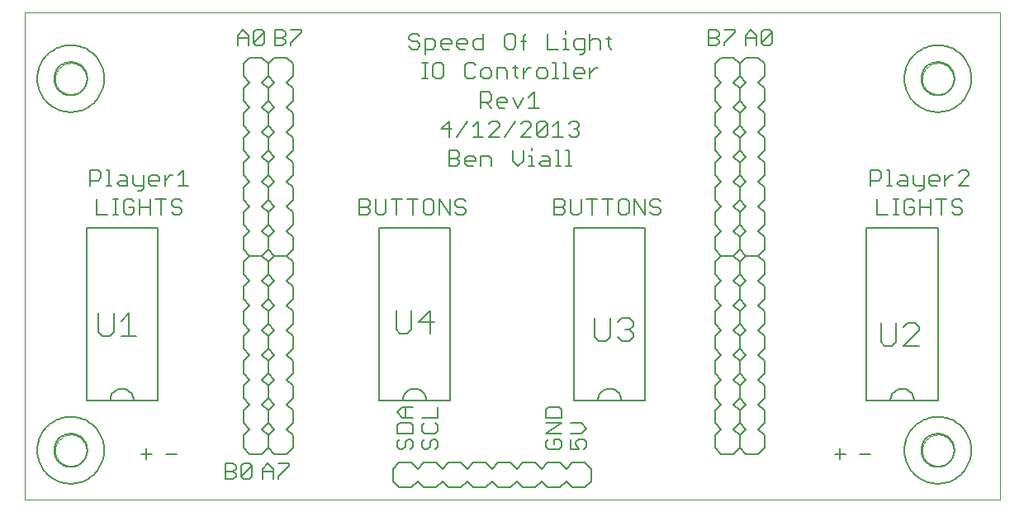
<source format=gto>
G75*
G70*
%OFA0B0*%
%FSLAX24Y24*%
%IPPOS*%
%LPD*%
%AMOC8*
5,1,8,0,0,1.08239X$1,22.5*
%
%ADD10C,0.0000*%
%ADD11C,0.0060*%
%ADD12C,0.0080*%
D10*
X000190Y000180D02*
X039561Y000180D01*
X039561Y019865D01*
X000190Y019865D01*
X000190Y000180D01*
X001431Y002180D02*
X001433Y002230D01*
X001439Y002280D01*
X001449Y002329D01*
X001463Y002377D01*
X001480Y002424D01*
X001501Y002469D01*
X001526Y002513D01*
X001554Y002554D01*
X001586Y002593D01*
X001620Y002630D01*
X001657Y002664D01*
X001697Y002694D01*
X001739Y002721D01*
X001783Y002745D01*
X001829Y002766D01*
X001876Y002782D01*
X001924Y002795D01*
X001974Y002804D01*
X002023Y002809D01*
X002074Y002810D01*
X002124Y002807D01*
X002173Y002800D01*
X002222Y002789D01*
X002270Y002774D01*
X002316Y002756D01*
X002361Y002734D01*
X002404Y002708D01*
X002445Y002679D01*
X002484Y002647D01*
X002520Y002612D01*
X002552Y002574D01*
X002582Y002534D01*
X002609Y002491D01*
X002632Y002447D01*
X002651Y002401D01*
X002667Y002353D01*
X002679Y002304D01*
X002687Y002255D01*
X002691Y002205D01*
X002691Y002155D01*
X002687Y002105D01*
X002679Y002056D01*
X002667Y002007D01*
X002651Y001959D01*
X002632Y001913D01*
X002609Y001869D01*
X002582Y001826D01*
X002552Y001786D01*
X002520Y001748D01*
X002484Y001713D01*
X002445Y001681D01*
X002404Y001652D01*
X002361Y001626D01*
X002316Y001604D01*
X002270Y001586D01*
X002222Y001571D01*
X002173Y001560D01*
X002124Y001553D01*
X002074Y001550D01*
X002023Y001551D01*
X001974Y001556D01*
X001924Y001565D01*
X001876Y001578D01*
X001829Y001594D01*
X001783Y001615D01*
X001739Y001639D01*
X001697Y001666D01*
X001657Y001696D01*
X001620Y001730D01*
X001586Y001767D01*
X001554Y001806D01*
X001526Y001847D01*
X001501Y001891D01*
X001480Y001936D01*
X001463Y001983D01*
X001449Y002031D01*
X001439Y002080D01*
X001433Y002130D01*
X001431Y002180D01*
X001431Y017180D02*
X001433Y017230D01*
X001439Y017280D01*
X001449Y017329D01*
X001463Y017377D01*
X001480Y017424D01*
X001501Y017469D01*
X001526Y017513D01*
X001554Y017554D01*
X001586Y017593D01*
X001620Y017630D01*
X001657Y017664D01*
X001697Y017694D01*
X001739Y017721D01*
X001783Y017745D01*
X001829Y017766D01*
X001876Y017782D01*
X001924Y017795D01*
X001974Y017804D01*
X002023Y017809D01*
X002074Y017810D01*
X002124Y017807D01*
X002173Y017800D01*
X002222Y017789D01*
X002270Y017774D01*
X002316Y017756D01*
X002361Y017734D01*
X002404Y017708D01*
X002445Y017679D01*
X002484Y017647D01*
X002520Y017612D01*
X002552Y017574D01*
X002582Y017534D01*
X002609Y017491D01*
X002632Y017447D01*
X002651Y017401D01*
X002667Y017353D01*
X002679Y017304D01*
X002687Y017255D01*
X002691Y017205D01*
X002691Y017155D01*
X002687Y017105D01*
X002679Y017056D01*
X002667Y017007D01*
X002651Y016959D01*
X002632Y016913D01*
X002609Y016869D01*
X002582Y016826D01*
X002552Y016786D01*
X002520Y016748D01*
X002484Y016713D01*
X002445Y016681D01*
X002404Y016652D01*
X002361Y016626D01*
X002316Y016604D01*
X002270Y016586D01*
X002222Y016571D01*
X002173Y016560D01*
X002124Y016553D01*
X002074Y016550D01*
X002023Y016551D01*
X001974Y016556D01*
X001924Y016565D01*
X001876Y016578D01*
X001829Y016594D01*
X001783Y016615D01*
X001739Y016639D01*
X001697Y016666D01*
X001657Y016696D01*
X001620Y016730D01*
X001586Y016767D01*
X001554Y016806D01*
X001526Y016847D01*
X001501Y016891D01*
X001480Y016936D01*
X001463Y016983D01*
X001449Y017031D01*
X001439Y017080D01*
X001433Y017130D01*
X001431Y017180D01*
X036431Y017180D02*
X036433Y017230D01*
X036439Y017280D01*
X036449Y017329D01*
X036463Y017377D01*
X036480Y017424D01*
X036501Y017469D01*
X036526Y017513D01*
X036554Y017554D01*
X036586Y017593D01*
X036620Y017630D01*
X036657Y017664D01*
X036697Y017694D01*
X036739Y017721D01*
X036783Y017745D01*
X036829Y017766D01*
X036876Y017782D01*
X036924Y017795D01*
X036974Y017804D01*
X037023Y017809D01*
X037074Y017810D01*
X037124Y017807D01*
X037173Y017800D01*
X037222Y017789D01*
X037270Y017774D01*
X037316Y017756D01*
X037361Y017734D01*
X037404Y017708D01*
X037445Y017679D01*
X037484Y017647D01*
X037520Y017612D01*
X037552Y017574D01*
X037582Y017534D01*
X037609Y017491D01*
X037632Y017447D01*
X037651Y017401D01*
X037667Y017353D01*
X037679Y017304D01*
X037687Y017255D01*
X037691Y017205D01*
X037691Y017155D01*
X037687Y017105D01*
X037679Y017056D01*
X037667Y017007D01*
X037651Y016959D01*
X037632Y016913D01*
X037609Y016869D01*
X037582Y016826D01*
X037552Y016786D01*
X037520Y016748D01*
X037484Y016713D01*
X037445Y016681D01*
X037404Y016652D01*
X037361Y016626D01*
X037316Y016604D01*
X037270Y016586D01*
X037222Y016571D01*
X037173Y016560D01*
X037124Y016553D01*
X037074Y016550D01*
X037023Y016551D01*
X036974Y016556D01*
X036924Y016565D01*
X036876Y016578D01*
X036829Y016594D01*
X036783Y016615D01*
X036739Y016639D01*
X036697Y016666D01*
X036657Y016696D01*
X036620Y016730D01*
X036586Y016767D01*
X036554Y016806D01*
X036526Y016847D01*
X036501Y016891D01*
X036480Y016936D01*
X036463Y016983D01*
X036449Y017031D01*
X036439Y017080D01*
X036433Y017130D01*
X036431Y017180D01*
X036431Y002180D02*
X036433Y002230D01*
X036439Y002280D01*
X036449Y002329D01*
X036463Y002377D01*
X036480Y002424D01*
X036501Y002469D01*
X036526Y002513D01*
X036554Y002554D01*
X036586Y002593D01*
X036620Y002630D01*
X036657Y002664D01*
X036697Y002694D01*
X036739Y002721D01*
X036783Y002745D01*
X036829Y002766D01*
X036876Y002782D01*
X036924Y002795D01*
X036974Y002804D01*
X037023Y002809D01*
X037074Y002810D01*
X037124Y002807D01*
X037173Y002800D01*
X037222Y002789D01*
X037270Y002774D01*
X037316Y002756D01*
X037361Y002734D01*
X037404Y002708D01*
X037445Y002679D01*
X037484Y002647D01*
X037520Y002612D01*
X037552Y002574D01*
X037582Y002534D01*
X037609Y002491D01*
X037632Y002447D01*
X037651Y002401D01*
X037667Y002353D01*
X037679Y002304D01*
X037687Y002255D01*
X037691Y002205D01*
X037691Y002155D01*
X037687Y002105D01*
X037679Y002056D01*
X037667Y002007D01*
X037651Y001959D01*
X037632Y001913D01*
X037609Y001869D01*
X037582Y001826D01*
X037552Y001786D01*
X037520Y001748D01*
X037484Y001713D01*
X037445Y001681D01*
X037404Y001652D01*
X037361Y001626D01*
X037316Y001604D01*
X037270Y001586D01*
X037222Y001571D01*
X037173Y001560D01*
X037124Y001553D01*
X037074Y001550D01*
X037023Y001551D01*
X036974Y001556D01*
X036924Y001565D01*
X036876Y001578D01*
X036829Y001594D01*
X036783Y001615D01*
X036739Y001639D01*
X036697Y001666D01*
X036657Y001696D01*
X036620Y001730D01*
X036586Y001767D01*
X036554Y001806D01*
X036526Y001847D01*
X036501Y001891D01*
X036480Y001936D01*
X036463Y001983D01*
X036449Y002031D01*
X036439Y002080D01*
X036433Y002130D01*
X036431Y002180D01*
D11*
X035711Y002180D02*
X035713Y002253D01*
X035719Y002326D01*
X035729Y002398D01*
X035743Y002470D01*
X035760Y002541D01*
X035782Y002611D01*
X035807Y002680D01*
X035836Y002747D01*
X035868Y002812D01*
X035904Y002876D01*
X035944Y002938D01*
X035986Y002997D01*
X036032Y003054D01*
X036081Y003108D01*
X036133Y003160D01*
X036187Y003209D01*
X036244Y003255D01*
X036303Y003297D01*
X036365Y003337D01*
X036429Y003373D01*
X036494Y003405D01*
X036561Y003434D01*
X036630Y003459D01*
X036700Y003481D01*
X036771Y003498D01*
X036843Y003512D01*
X036915Y003522D01*
X036988Y003528D01*
X037061Y003530D01*
X037134Y003528D01*
X037207Y003522D01*
X037279Y003512D01*
X037351Y003498D01*
X037422Y003481D01*
X037492Y003459D01*
X037561Y003434D01*
X037628Y003405D01*
X037693Y003373D01*
X037757Y003337D01*
X037819Y003297D01*
X037878Y003255D01*
X037935Y003209D01*
X037989Y003160D01*
X038041Y003108D01*
X038090Y003054D01*
X038136Y002997D01*
X038178Y002938D01*
X038218Y002876D01*
X038254Y002812D01*
X038286Y002747D01*
X038315Y002680D01*
X038340Y002611D01*
X038362Y002541D01*
X038379Y002470D01*
X038393Y002398D01*
X038403Y002326D01*
X038409Y002253D01*
X038411Y002180D01*
X038409Y002107D01*
X038403Y002034D01*
X038393Y001962D01*
X038379Y001890D01*
X038362Y001819D01*
X038340Y001749D01*
X038315Y001680D01*
X038286Y001613D01*
X038254Y001548D01*
X038218Y001484D01*
X038178Y001422D01*
X038136Y001363D01*
X038090Y001306D01*
X038041Y001252D01*
X037989Y001200D01*
X037935Y001151D01*
X037878Y001105D01*
X037819Y001063D01*
X037757Y001023D01*
X037693Y000987D01*
X037628Y000955D01*
X037561Y000926D01*
X037492Y000901D01*
X037422Y000879D01*
X037351Y000862D01*
X037279Y000848D01*
X037207Y000838D01*
X037134Y000832D01*
X037061Y000830D01*
X036988Y000832D01*
X036915Y000838D01*
X036843Y000848D01*
X036771Y000862D01*
X036700Y000879D01*
X036630Y000901D01*
X036561Y000926D01*
X036494Y000955D01*
X036429Y000987D01*
X036365Y001023D01*
X036303Y001063D01*
X036244Y001105D01*
X036187Y001151D01*
X036133Y001200D01*
X036081Y001252D01*
X036032Y001306D01*
X035986Y001363D01*
X035944Y001422D01*
X035904Y001484D01*
X035868Y001548D01*
X035836Y001613D01*
X035807Y001680D01*
X035782Y001749D01*
X035760Y001819D01*
X035743Y001890D01*
X035729Y001962D01*
X035719Y002034D01*
X035713Y002107D01*
X035711Y002180D01*
X034325Y002030D02*
X033898Y002030D01*
X033325Y002030D02*
X032898Y002030D01*
X033112Y001817D02*
X033112Y002244D01*
X022881Y002317D02*
X022774Y002210D01*
X022881Y002317D02*
X022881Y002530D01*
X022774Y002637D01*
X022560Y002637D01*
X022454Y002530D01*
X022454Y002424D01*
X022560Y002210D01*
X022240Y002210D01*
X022240Y002637D01*
X022240Y002855D02*
X022667Y002855D01*
X022881Y003068D01*
X022667Y003282D01*
X022240Y003282D01*
X021881Y003282D02*
X021240Y003282D01*
X021240Y003499D02*
X021240Y003819D01*
X021347Y003926D01*
X021774Y003926D01*
X021881Y003819D01*
X021881Y003499D01*
X021240Y003499D01*
X021240Y002855D02*
X021881Y003282D01*
X021881Y002855D02*
X021240Y002855D01*
X021347Y002637D02*
X021240Y002530D01*
X021240Y002317D01*
X021347Y002210D01*
X021774Y002210D01*
X021881Y002317D01*
X021881Y002530D01*
X021774Y002637D01*
X021560Y002637D01*
X021560Y002424D01*
X016881Y002530D02*
X016881Y002317D01*
X016774Y002210D01*
X016560Y002317D02*
X016560Y002530D01*
X016667Y002637D01*
X016774Y002637D01*
X016881Y002530D01*
X016560Y002317D02*
X016454Y002210D01*
X016347Y002210D01*
X016240Y002317D01*
X016240Y002530D01*
X016347Y002637D01*
X016347Y002855D02*
X016240Y002961D01*
X016240Y003175D01*
X016347Y003282D01*
X016240Y003499D02*
X016881Y003499D01*
X016881Y003926D01*
X016774Y003282D02*
X016881Y003175D01*
X016881Y002961D01*
X016774Y002855D01*
X016347Y002855D01*
X015881Y002855D02*
X015881Y003175D01*
X015774Y003282D01*
X015347Y003282D01*
X015240Y003175D01*
X015240Y002855D01*
X015881Y002855D01*
X015774Y002637D02*
X015881Y002530D01*
X015881Y002317D01*
X015774Y002210D01*
X015560Y002317D02*
X015560Y002530D01*
X015667Y002637D01*
X015774Y002637D01*
X015347Y002637D02*
X015240Y002530D01*
X015240Y002317D01*
X015347Y002210D01*
X015454Y002210D01*
X015560Y002317D01*
X015560Y003499D02*
X015560Y003926D01*
X015454Y003926D02*
X015881Y003926D01*
X015454Y003926D02*
X015240Y003713D01*
X015454Y003499D01*
X015881Y003499D01*
X010873Y001651D02*
X010873Y001544D01*
X010446Y001117D01*
X010446Y001010D01*
X010228Y001010D02*
X010228Y001437D01*
X010015Y001651D01*
X009801Y001437D01*
X009801Y001010D01*
X009801Y001330D02*
X010228Y001330D01*
X010446Y001651D02*
X010873Y001651D01*
X009373Y001544D02*
X009373Y001117D01*
X009266Y001010D01*
X009053Y001010D01*
X008946Y001117D01*
X009373Y001544D01*
X009266Y001651D01*
X009053Y001651D01*
X008946Y001544D01*
X008946Y001117D01*
X008728Y001117D02*
X008728Y001224D01*
X008622Y001330D01*
X008301Y001330D01*
X008301Y001010D02*
X008622Y001010D01*
X008728Y001117D01*
X008622Y001330D02*
X008728Y001437D01*
X008728Y001544D01*
X008622Y001651D01*
X008301Y001651D01*
X008301Y001010D01*
X006325Y002030D02*
X005898Y002030D01*
X005325Y002030D02*
X004898Y002030D01*
X005112Y001817D02*
X005112Y002244D01*
X000711Y002180D02*
X000713Y002253D01*
X000719Y002326D01*
X000729Y002398D01*
X000743Y002470D01*
X000760Y002541D01*
X000782Y002611D01*
X000807Y002680D01*
X000836Y002747D01*
X000868Y002812D01*
X000904Y002876D01*
X000944Y002938D01*
X000986Y002997D01*
X001032Y003054D01*
X001081Y003108D01*
X001133Y003160D01*
X001187Y003209D01*
X001244Y003255D01*
X001303Y003297D01*
X001365Y003337D01*
X001429Y003373D01*
X001494Y003405D01*
X001561Y003434D01*
X001630Y003459D01*
X001700Y003481D01*
X001771Y003498D01*
X001843Y003512D01*
X001915Y003522D01*
X001988Y003528D01*
X002061Y003530D01*
X002134Y003528D01*
X002207Y003522D01*
X002279Y003512D01*
X002351Y003498D01*
X002422Y003481D01*
X002492Y003459D01*
X002561Y003434D01*
X002628Y003405D01*
X002693Y003373D01*
X002757Y003337D01*
X002819Y003297D01*
X002878Y003255D01*
X002935Y003209D01*
X002989Y003160D01*
X003041Y003108D01*
X003090Y003054D01*
X003136Y002997D01*
X003178Y002938D01*
X003218Y002876D01*
X003254Y002812D01*
X003286Y002747D01*
X003315Y002680D01*
X003340Y002611D01*
X003362Y002541D01*
X003379Y002470D01*
X003393Y002398D01*
X003403Y002326D01*
X003409Y002253D01*
X003411Y002180D01*
X003409Y002107D01*
X003403Y002034D01*
X003393Y001962D01*
X003379Y001890D01*
X003362Y001819D01*
X003340Y001749D01*
X003315Y001680D01*
X003286Y001613D01*
X003254Y001548D01*
X003218Y001484D01*
X003178Y001422D01*
X003136Y001363D01*
X003090Y001306D01*
X003041Y001252D01*
X002989Y001200D01*
X002935Y001151D01*
X002878Y001105D01*
X002819Y001063D01*
X002757Y001023D01*
X002693Y000987D01*
X002628Y000955D01*
X002561Y000926D01*
X002492Y000901D01*
X002422Y000879D01*
X002351Y000862D01*
X002279Y000848D01*
X002207Y000838D01*
X002134Y000832D01*
X002061Y000830D01*
X001988Y000832D01*
X001915Y000838D01*
X001843Y000848D01*
X001771Y000862D01*
X001700Y000879D01*
X001630Y000901D01*
X001561Y000926D01*
X001494Y000955D01*
X001429Y000987D01*
X001365Y001023D01*
X001303Y001063D01*
X001244Y001105D01*
X001187Y001151D01*
X001133Y001200D01*
X001081Y001252D01*
X001032Y001306D01*
X000986Y001363D01*
X000944Y001422D01*
X000904Y001484D01*
X000868Y001548D01*
X000836Y001613D01*
X000807Y001680D01*
X000782Y001749D01*
X000760Y001819D01*
X000743Y001890D01*
X000729Y001962D01*
X000719Y002034D01*
X000713Y002107D01*
X000711Y002180D01*
X003119Y011671D02*
X003546Y011671D01*
X003763Y011671D02*
X003977Y011671D01*
X003870Y011671D02*
X003870Y012312D01*
X003763Y012312D02*
X003977Y012312D01*
X004193Y012205D02*
X004300Y012312D01*
X004513Y012312D01*
X004620Y012205D01*
X004620Y011991D02*
X004406Y011991D01*
X004620Y011991D02*
X004620Y011778D01*
X004513Y011671D01*
X004300Y011671D01*
X004193Y011778D01*
X004193Y012205D01*
X004837Y012312D02*
X004837Y011671D01*
X004837Y011991D02*
X005264Y011991D01*
X005264Y011671D02*
X005264Y012312D01*
X005482Y012312D02*
X005909Y012312D01*
X005696Y012312D02*
X005696Y011671D01*
X006127Y011778D02*
X006233Y011671D01*
X006447Y011671D01*
X006554Y011778D01*
X006554Y011885D01*
X006447Y011991D01*
X006233Y011991D01*
X006127Y012098D01*
X006127Y012205D01*
X006233Y012312D01*
X006447Y012312D01*
X006554Y012205D01*
X006609Y012852D02*
X006609Y013493D01*
X006395Y013279D01*
X006178Y013279D02*
X006072Y013279D01*
X005858Y013066D01*
X005858Y013279D02*
X005858Y012852D01*
X005640Y013066D02*
X005213Y013066D01*
X005213Y013172D02*
X005320Y013279D01*
X005534Y013279D01*
X005640Y013172D01*
X005640Y013066D01*
X005534Y012852D02*
X005320Y012852D01*
X005213Y012959D01*
X005213Y013172D01*
X004996Y013279D02*
X004996Y012745D01*
X004889Y012639D01*
X004782Y012639D01*
X004676Y012852D02*
X004996Y012852D01*
X004676Y012852D02*
X004569Y012959D01*
X004569Y013279D01*
X004351Y013172D02*
X004351Y012852D01*
X004031Y012852D01*
X003924Y012959D01*
X004031Y013066D01*
X004351Y013066D01*
X004351Y013172D02*
X004245Y013279D01*
X004031Y013279D01*
X003601Y013493D02*
X003601Y012852D01*
X003495Y012852D02*
X003708Y012852D01*
X003277Y013172D02*
X003170Y013066D01*
X002850Y013066D01*
X002850Y012852D02*
X002850Y013493D01*
X003170Y013493D01*
X003277Y013386D01*
X003277Y013172D01*
X003495Y013493D02*
X003601Y013493D01*
X003119Y012312D02*
X003119Y011671D01*
X006395Y012852D02*
X006822Y012852D01*
X013713Y012312D02*
X013713Y011671D01*
X014033Y011671D01*
X014140Y011778D01*
X014140Y011885D01*
X014033Y011991D01*
X013713Y011991D01*
X014033Y011991D02*
X014140Y012098D01*
X014140Y012205D01*
X014033Y012312D01*
X013713Y012312D01*
X014357Y012312D02*
X014357Y011778D01*
X014464Y011671D01*
X014677Y011671D01*
X014784Y011778D01*
X014784Y012312D01*
X015002Y012312D02*
X015429Y012312D01*
X015215Y012312D02*
X015215Y011671D01*
X015860Y011671D02*
X015860Y012312D01*
X016073Y012312D02*
X015646Y012312D01*
X016291Y012205D02*
X016291Y011778D01*
X016398Y011671D01*
X016611Y011671D01*
X016718Y011778D01*
X016718Y012205D01*
X016611Y012312D01*
X016398Y012312D01*
X016291Y012205D01*
X016935Y012312D02*
X016935Y011671D01*
X017362Y011671D02*
X017362Y012312D01*
X017580Y012205D02*
X017580Y012098D01*
X017687Y011991D01*
X017900Y011991D01*
X018007Y011885D01*
X018007Y011778D01*
X017900Y011671D01*
X017687Y011671D01*
X017580Y011778D01*
X017362Y011671D02*
X016935Y012312D01*
X017580Y012205D02*
X017687Y012312D01*
X017900Y012312D01*
X018007Y012205D01*
X018079Y013640D02*
X017972Y013746D01*
X017972Y013960D01*
X018079Y014067D01*
X018292Y014067D01*
X018399Y013960D01*
X018399Y013853D01*
X017972Y013853D01*
X017754Y013853D02*
X017754Y013746D01*
X017648Y013640D01*
X017327Y013640D01*
X017327Y014280D01*
X017648Y014280D01*
X017754Y014173D01*
X017754Y014067D01*
X017648Y013960D01*
X017327Y013960D01*
X017648Y013960D02*
X017754Y013853D01*
X018079Y013640D02*
X018292Y013640D01*
X018616Y013640D02*
X018616Y014067D01*
X018937Y014067D01*
X019043Y013960D01*
X019043Y013640D01*
X019906Y013853D02*
X019906Y014280D01*
X020333Y014280D02*
X020333Y013853D01*
X020119Y013640D01*
X019906Y013853D01*
X020550Y013640D02*
X020764Y013640D01*
X020657Y013640D02*
X020657Y014067D01*
X020550Y014067D01*
X020657Y014280D02*
X020657Y014387D01*
X020655Y014821D02*
X020228Y014821D01*
X020655Y015248D01*
X020655Y015354D01*
X020548Y015461D01*
X020335Y015461D01*
X020228Y015354D01*
X020010Y015461D02*
X019583Y014821D01*
X019366Y014821D02*
X018939Y014821D01*
X019366Y015248D01*
X019366Y015354D01*
X019259Y015461D01*
X019045Y015461D01*
X018939Y015354D01*
X018508Y015461D02*
X018508Y014821D01*
X018721Y014821D02*
X018294Y014821D01*
X017650Y014821D02*
X018077Y015461D01*
X018294Y015248D02*
X018508Y015461D01*
X018616Y016002D02*
X018616Y016642D01*
X018937Y016642D01*
X019043Y016536D01*
X019043Y016322D01*
X018937Y016215D01*
X018616Y016215D01*
X018830Y016215D02*
X019043Y016002D01*
X019261Y016108D02*
X019261Y016322D01*
X019368Y016429D01*
X019581Y016429D01*
X019688Y016322D01*
X019688Y016215D01*
X019261Y016215D01*
X019261Y016108D02*
X019368Y016002D01*
X019581Y016002D01*
X019906Y016429D02*
X020119Y016002D01*
X020333Y016429D01*
X020550Y016429D02*
X020764Y016642D01*
X020764Y016002D01*
X020977Y016002D02*
X020550Y016002D01*
X020979Y015461D02*
X021193Y015461D01*
X021299Y015354D01*
X020872Y014927D01*
X020979Y014821D01*
X021193Y014821D01*
X021299Y014927D01*
X021299Y015354D01*
X021517Y015248D02*
X021730Y015461D01*
X021730Y014821D01*
X021517Y014821D02*
X021944Y014821D01*
X022161Y014927D02*
X022268Y014821D01*
X022482Y014821D01*
X022588Y014927D01*
X022588Y015034D01*
X022482Y015141D01*
X022375Y015141D01*
X022482Y015141D02*
X022588Y015248D01*
X022588Y015354D01*
X022482Y015461D01*
X022268Y015461D01*
X022161Y015354D01*
X020979Y015461D02*
X020872Y015354D01*
X020872Y014927D01*
X021624Y014280D02*
X021731Y014280D01*
X021731Y013640D01*
X021624Y013640D02*
X021838Y013640D01*
X022054Y013640D02*
X022268Y013640D01*
X022161Y013640D02*
X022161Y014280D01*
X022054Y014280D01*
X021407Y013960D02*
X021407Y013640D01*
X021087Y013640D01*
X020980Y013746D01*
X021087Y013853D01*
X021407Y013853D01*
X021407Y013960D02*
X021300Y014067D01*
X021087Y014067D01*
X021587Y012312D02*
X021907Y012312D01*
X022014Y012205D01*
X022014Y012098D01*
X021907Y011991D01*
X021587Y011991D01*
X021907Y011991D02*
X022014Y011885D01*
X022014Y011778D01*
X021907Y011671D01*
X021587Y011671D01*
X021587Y012312D01*
X022231Y012312D02*
X022231Y011778D01*
X022338Y011671D01*
X022551Y011671D01*
X022658Y011778D01*
X022658Y012312D01*
X022876Y012312D02*
X023303Y012312D01*
X023089Y012312D02*
X023089Y011671D01*
X023734Y011671D02*
X023734Y012312D01*
X023947Y012312D02*
X023520Y012312D01*
X024165Y012205D02*
X024165Y011778D01*
X024272Y011671D01*
X024485Y011671D01*
X024592Y011778D01*
X024592Y012205D01*
X024485Y012312D01*
X024272Y012312D01*
X024165Y012205D01*
X024809Y012312D02*
X024809Y011671D01*
X025236Y011671D02*
X025236Y012312D01*
X025454Y012205D02*
X025454Y012098D01*
X025561Y011991D01*
X025774Y011991D01*
X025881Y011885D01*
X025881Y011778D01*
X025774Y011671D01*
X025561Y011671D01*
X025454Y011778D01*
X025236Y011671D02*
X024809Y012312D01*
X025454Y012205D02*
X025561Y012312D01*
X025774Y012312D01*
X025881Y012205D01*
X034346Y012852D02*
X034346Y013493D01*
X034666Y013493D01*
X034773Y013386D01*
X034773Y013172D01*
X034666Y013066D01*
X034346Y013066D01*
X034991Y012852D02*
X035204Y012852D01*
X035097Y012852D02*
X035097Y013493D01*
X034991Y013493D01*
X035527Y013279D02*
X035741Y013279D01*
X035847Y013172D01*
X035847Y012852D01*
X035527Y012852D01*
X035420Y012959D01*
X035527Y013066D01*
X035847Y013066D01*
X036065Y012959D02*
X036172Y012852D01*
X036492Y012852D01*
X036492Y012745D02*
X036385Y012639D01*
X036278Y012639D01*
X036492Y012745D02*
X036492Y013279D01*
X036710Y013172D02*
X036816Y013279D01*
X037030Y013279D01*
X037137Y013172D01*
X037137Y013066D01*
X036710Y013066D01*
X036710Y013172D02*
X036710Y012959D01*
X036816Y012852D01*
X037030Y012852D01*
X037354Y012852D02*
X037354Y013279D01*
X037354Y013066D02*
X037568Y013279D01*
X037674Y013279D01*
X037891Y013386D02*
X037998Y013493D01*
X038211Y013493D01*
X038318Y013386D01*
X038318Y013279D01*
X037891Y012852D01*
X038318Y012852D01*
X037943Y012312D02*
X037729Y012312D01*
X037623Y012205D01*
X037623Y012098D01*
X037729Y011991D01*
X037943Y011991D01*
X038050Y011885D01*
X038050Y011778D01*
X037943Y011671D01*
X037729Y011671D01*
X037623Y011778D01*
X037192Y011671D02*
X037192Y012312D01*
X037405Y012312D02*
X036978Y012312D01*
X036761Y012312D02*
X036761Y011671D01*
X036761Y011991D02*
X036334Y011991D01*
X036116Y011991D02*
X036116Y011778D01*
X036009Y011671D01*
X035796Y011671D01*
X035689Y011778D01*
X035689Y012205D01*
X035796Y012312D01*
X036009Y012312D01*
X036116Y012205D01*
X036116Y011991D02*
X035902Y011991D01*
X035473Y011671D02*
X035259Y011671D01*
X035366Y011671D02*
X035366Y012312D01*
X035259Y012312D02*
X035473Y012312D01*
X034615Y012312D02*
X034615Y011671D01*
X035042Y011671D01*
X036334Y011671D02*
X036334Y012312D01*
X036065Y012959D02*
X036065Y013279D01*
X037943Y012312D02*
X038050Y012205D01*
X035711Y017180D02*
X035713Y017253D01*
X035719Y017326D01*
X035729Y017398D01*
X035743Y017470D01*
X035760Y017541D01*
X035782Y017611D01*
X035807Y017680D01*
X035836Y017747D01*
X035868Y017812D01*
X035904Y017876D01*
X035944Y017938D01*
X035986Y017997D01*
X036032Y018054D01*
X036081Y018108D01*
X036133Y018160D01*
X036187Y018209D01*
X036244Y018255D01*
X036303Y018297D01*
X036365Y018337D01*
X036429Y018373D01*
X036494Y018405D01*
X036561Y018434D01*
X036630Y018459D01*
X036700Y018481D01*
X036771Y018498D01*
X036843Y018512D01*
X036915Y018522D01*
X036988Y018528D01*
X037061Y018530D01*
X037134Y018528D01*
X037207Y018522D01*
X037279Y018512D01*
X037351Y018498D01*
X037422Y018481D01*
X037492Y018459D01*
X037561Y018434D01*
X037628Y018405D01*
X037693Y018373D01*
X037757Y018337D01*
X037819Y018297D01*
X037878Y018255D01*
X037935Y018209D01*
X037989Y018160D01*
X038041Y018108D01*
X038090Y018054D01*
X038136Y017997D01*
X038178Y017938D01*
X038218Y017876D01*
X038254Y017812D01*
X038286Y017747D01*
X038315Y017680D01*
X038340Y017611D01*
X038362Y017541D01*
X038379Y017470D01*
X038393Y017398D01*
X038403Y017326D01*
X038409Y017253D01*
X038411Y017180D01*
X038409Y017107D01*
X038403Y017034D01*
X038393Y016962D01*
X038379Y016890D01*
X038362Y016819D01*
X038340Y016749D01*
X038315Y016680D01*
X038286Y016613D01*
X038254Y016548D01*
X038218Y016484D01*
X038178Y016422D01*
X038136Y016363D01*
X038090Y016306D01*
X038041Y016252D01*
X037989Y016200D01*
X037935Y016151D01*
X037878Y016105D01*
X037819Y016063D01*
X037757Y016023D01*
X037693Y015987D01*
X037628Y015955D01*
X037561Y015926D01*
X037492Y015901D01*
X037422Y015879D01*
X037351Y015862D01*
X037279Y015848D01*
X037207Y015838D01*
X037134Y015832D01*
X037061Y015830D01*
X036988Y015832D01*
X036915Y015838D01*
X036843Y015848D01*
X036771Y015862D01*
X036700Y015879D01*
X036630Y015901D01*
X036561Y015926D01*
X036494Y015955D01*
X036429Y015987D01*
X036365Y016023D01*
X036303Y016063D01*
X036244Y016105D01*
X036187Y016151D01*
X036133Y016200D01*
X036081Y016252D01*
X036032Y016306D01*
X035986Y016363D01*
X035944Y016422D01*
X035904Y016484D01*
X035868Y016548D01*
X035836Y016613D01*
X035807Y016680D01*
X035782Y016749D01*
X035760Y016819D01*
X035743Y016890D01*
X035729Y016962D01*
X035719Y017034D01*
X035713Y017107D01*
X035711Y017180D01*
X030373Y018617D02*
X030266Y018510D01*
X030053Y018510D01*
X029946Y018617D01*
X030373Y019044D01*
X030373Y018617D01*
X029946Y018617D02*
X029946Y019044D01*
X030053Y019151D01*
X030266Y019151D01*
X030373Y019044D01*
X029728Y018937D02*
X029728Y018510D01*
X029728Y018830D02*
X029301Y018830D01*
X029301Y018937D02*
X029301Y018510D01*
X029301Y018937D02*
X029515Y019151D01*
X029728Y018937D01*
X028873Y019044D02*
X028446Y018617D01*
X028446Y018510D01*
X028228Y018617D02*
X028122Y018510D01*
X027801Y018510D01*
X027801Y019151D01*
X028122Y019151D01*
X028228Y019044D01*
X028228Y018937D01*
X028122Y018830D01*
X027801Y018830D01*
X028122Y018830D02*
X028228Y018724D01*
X028228Y018617D01*
X028446Y019151D02*
X028873Y019151D01*
X028873Y019044D01*
X023879Y018791D02*
X023665Y018791D01*
X023772Y018898D02*
X023772Y018471D01*
X023879Y018364D01*
X023448Y018364D02*
X023448Y018684D01*
X023341Y018791D01*
X023128Y018791D01*
X023021Y018684D01*
X022803Y018791D02*
X022483Y018791D01*
X022376Y018684D01*
X022376Y018471D01*
X022483Y018364D01*
X022803Y018364D01*
X022803Y018257D02*
X022803Y018791D01*
X023021Y019004D02*
X023021Y018364D01*
X022803Y018257D02*
X022697Y018150D01*
X022590Y018150D01*
X022160Y018364D02*
X021947Y018364D01*
X022053Y018364D02*
X022053Y018791D01*
X021947Y018791D01*
X022053Y019004D02*
X022053Y019111D01*
X021302Y019004D02*
X021302Y018364D01*
X021729Y018364D01*
X021624Y017823D02*
X021624Y017183D01*
X021730Y017183D02*
X021517Y017183D01*
X021299Y017290D02*
X021299Y017503D01*
X021193Y017610D01*
X020979Y017610D01*
X020872Y017503D01*
X020872Y017290D01*
X020979Y017183D01*
X021193Y017183D01*
X021299Y017290D01*
X021517Y017823D02*
X021624Y017823D01*
X021947Y017823D02*
X022053Y017823D01*
X022053Y017183D01*
X021947Y017183D02*
X022160Y017183D01*
X022376Y017290D02*
X022376Y017503D01*
X022483Y017610D01*
X022697Y017610D01*
X022803Y017503D01*
X022803Y017396D01*
X022376Y017396D01*
X022376Y017290D02*
X022483Y017183D01*
X022697Y017183D01*
X023021Y017183D02*
X023021Y017610D01*
X023234Y017610D02*
X023021Y017396D01*
X023234Y017610D02*
X023341Y017610D01*
X020655Y017610D02*
X020549Y017610D01*
X020335Y017396D01*
X020335Y017183D02*
X020335Y017610D01*
X020119Y017610D02*
X019906Y017610D01*
X020012Y017717D02*
X020012Y017290D01*
X020119Y017183D01*
X019688Y017183D02*
X019688Y017503D01*
X019581Y017610D01*
X019261Y017610D01*
X019261Y017183D01*
X019043Y017290D02*
X019043Y017503D01*
X018937Y017610D01*
X018723Y017610D01*
X018616Y017503D01*
X018616Y017290D01*
X018723Y017183D01*
X018937Y017183D01*
X019043Y017290D01*
X018399Y017290D02*
X018292Y017183D01*
X018079Y017183D01*
X017972Y017290D01*
X017972Y017717D01*
X018079Y017823D01*
X018292Y017823D01*
X018399Y017717D01*
X018401Y018364D02*
X018294Y018471D01*
X018294Y018684D01*
X018401Y018791D01*
X018721Y018791D01*
X018721Y019004D02*
X018721Y018364D01*
X018401Y018364D01*
X018077Y018577D02*
X017650Y018577D01*
X017650Y018471D02*
X017650Y018684D01*
X017756Y018791D01*
X017970Y018791D01*
X018077Y018684D01*
X018077Y018577D01*
X017970Y018364D02*
X017756Y018364D01*
X017650Y018471D01*
X017432Y018577D02*
X017432Y018684D01*
X017325Y018791D01*
X017112Y018791D01*
X017005Y018684D01*
X017005Y018471D01*
X017112Y018364D01*
X017325Y018364D01*
X017432Y018577D02*
X017005Y018577D01*
X016788Y018471D02*
X016681Y018364D01*
X016360Y018364D01*
X016360Y018150D02*
X016360Y018791D01*
X016681Y018791D01*
X016788Y018684D01*
X016788Y018471D01*
X016143Y018471D02*
X016036Y018364D01*
X015823Y018364D01*
X015716Y018471D01*
X015823Y018684D02*
X016036Y018684D01*
X016143Y018577D01*
X016143Y018471D01*
X015823Y018684D02*
X015716Y018791D01*
X015716Y018898D01*
X015823Y019004D01*
X016036Y019004D01*
X016143Y018898D01*
X016253Y017823D02*
X016467Y017823D01*
X016360Y017823D02*
X016360Y017183D01*
X016253Y017183D02*
X016467Y017183D01*
X016683Y017290D02*
X016790Y017183D01*
X017003Y017183D01*
X017110Y017290D01*
X017110Y017717D01*
X017003Y017823D01*
X016790Y017823D01*
X016683Y017717D01*
X016683Y017290D01*
X019583Y018471D02*
X019583Y018898D01*
X019690Y019004D01*
X019904Y019004D01*
X020010Y018898D01*
X020010Y018471D01*
X019904Y018364D01*
X019690Y018364D01*
X019583Y018471D01*
X020228Y018684D02*
X020441Y018684D01*
X020335Y018898D02*
X020441Y019004D01*
X020335Y018898D02*
X020335Y018364D01*
X017325Y015461D02*
X017005Y015141D01*
X017432Y015141D01*
X017325Y014821D02*
X017325Y015461D01*
X011373Y019044D02*
X010946Y018617D01*
X010946Y018510D01*
X010728Y018617D02*
X010728Y018724D01*
X010622Y018830D01*
X010301Y018830D01*
X010301Y018510D02*
X010622Y018510D01*
X010728Y018617D01*
X010622Y018830D02*
X010728Y018937D01*
X010728Y019044D01*
X010622Y019151D01*
X010301Y019151D01*
X010301Y018510D01*
X009873Y018617D02*
X009766Y018510D01*
X009553Y018510D01*
X009446Y018617D01*
X009873Y019044D01*
X009873Y018617D01*
X009446Y018617D02*
X009446Y019044D01*
X009553Y019151D01*
X009766Y019151D01*
X009873Y019044D01*
X009228Y018937D02*
X009228Y018510D01*
X009228Y018830D02*
X008801Y018830D01*
X008801Y018937D02*
X008801Y018510D01*
X008801Y018937D02*
X009015Y019151D01*
X009228Y018937D01*
X010946Y019151D02*
X011373Y019151D01*
X011373Y019044D01*
X000711Y017180D02*
X000713Y017253D01*
X000719Y017326D01*
X000729Y017398D01*
X000743Y017470D01*
X000760Y017541D01*
X000782Y017611D01*
X000807Y017680D01*
X000836Y017747D01*
X000868Y017812D01*
X000904Y017876D01*
X000944Y017938D01*
X000986Y017997D01*
X001032Y018054D01*
X001081Y018108D01*
X001133Y018160D01*
X001187Y018209D01*
X001244Y018255D01*
X001303Y018297D01*
X001365Y018337D01*
X001429Y018373D01*
X001494Y018405D01*
X001561Y018434D01*
X001630Y018459D01*
X001700Y018481D01*
X001771Y018498D01*
X001843Y018512D01*
X001915Y018522D01*
X001988Y018528D01*
X002061Y018530D01*
X002134Y018528D01*
X002207Y018522D01*
X002279Y018512D01*
X002351Y018498D01*
X002422Y018481D01*
X002492Y018459D01*
X002561Y018434D01*
X002628Y018405D01*
X002693Y018373D01*
X002757Y018337D01*
X002819Y018297D01*
X002878Y018255D01*
X002935Y018209D01*
X002989Y018160D01*
X003041Y018108D01*
X003090Y018054D01*
X003136Y017997D01*
X003178Y017938D01*
X003218Y017876D01*
X003254Y017812D01*
X003286Y017747D01*
X003315Y017680D01*
X003340Y017611D01*
X003362Y017541D01*
X003379Y017470D01*
X003393Y017398D01*
X003403Y017326D01*
X003409Y017253D01*
X003411Y017180D01*
X003409Y017107D01*
X003403Y017034D01*
X003393Y016962D01*
X003379Y016890D01*
X003362Y016819D01*
X003340Y016749D01*
X003315Y016680D01*
X003286Y016613D01*
X003254Y016548D01*
X003218Y016484D01*
X003178Y016422D01*
X003136Y016363D01*
X003090Y016306D01*
X003041Y016252D01*
X002989Y016200D01*
X002935Y016151D01*
X002878Y016105D01*
X002819Y016063D01*
X002757Y016023D01*
X002693Y015987D01*
X002628Y015955D01*
X002561Y015926D01*
X002492Y015901D01*
X002422Y015879D01*
X002351Y015862D01*
X002279Y015848D01*
X002207Y015838D01*
X002134Y015832D01*
X002061Y015830D01*
X001988Y015832D01*
X001915Y015838D01*
X001843Y015848D01*
X001771Y015862D01*
X001700Y015879D01*
X001630Y015901D01*
X001561Y015926D01*
X001494Y015955D01*
X001429Y015987D01*
X001365Y016023D01*
X001303Y016063D01*
X001244Y016105D01*
X001187Y016151D01*
X001133Y016200D01*
X001081Y016252D01*
X001032Y016306D01*
X000986Y016363D01*
X000944Y016422D01*
X000904Y016484D01*
X000868Y016548D01*
X000836Y016613D01*
X000807Y016680D01*
X000782Y016749D01*
X000760Y016819D01*
X000743Y016890D01*
X000729Y016962D01*
X000719Y017034D01*
X000713Y017107D01*
X000711Y017180D01*
D12*
X001392Y017180D02*
X001394Y017231D01*
X001400Y017282D01*
X001410Y017332D01*
X001423Y017382D01*
X001441Y017430D01*
X001461Y017477D01*
X001486Y017522D01*
X001514Y017565D01*
X001545Y017606D01*
X001579Y017644D01*
X001616Y017679D01*
X001655Y017712D01*
X001697Y017742D01*
X001741Y017768D01*
X001787Y017790D01*
X001835Y017810D01*
X001884Y017825D01*
X001934Y017837D01*
X001984Y017845D01*
X002035Y017849D01*
X002087Y017849D01*
X002138Y017845D01*
X002188Y017837D01*
X002238Y017825D01*
X002287Y017810D01*
X002335Y017790D01*
X002381Y017768D01*
X002425Y017742D01*
X002467Y017712D01*
X002506Y017679D01*
X002543Y017644D01*
X002577Y017606D01*
X002608Y017565D01*
X002636Y017522D01*
X002661Y017477D01*
X002681Y017430D01*
X002699Y017382D01*
X002712Y017332D01*
X002722Y017282D01*
X002728Y017231D01*
X002730Y017180D01*
X002728Y017129D01*
X002722Y017078D01*
X002712Y017028D01*
X002699Y016978D01*
X002681Y016930D01*
X002661Y016883D01*
X002636Y016838D01*
X002608Y016795D01*
X002577Y016754D01*
X002543Y016716D01*
X002506Y016681D01*
X002467Y016648D01*
X002425Y016618D01*
X002381Y016592D01*
X002335Y016570D01*
X002287Y016550D01*
X002238Y016535D01*
X002188Y016523D01*
X002138Y016515D01*
X002087Y016511D01*
X002035Y016511D01*
X001984Y016515D01*
X001934Y016523D01*
X001884Y016535D01*
X001835Y016550D01*
X001787Y016570D01*
X001741Y016592D01*
X001697Y016618D01*
X001655Y016648D01*
X001616Y016681D01*
X001579Y016716D01*
X001545Y016754D01*
X001514Y016795D01*
X001486Y016838D01*
X001461Y016883D01*
X001441Y016930D01*
X001423Y016978D01*
X001410Y017028D01*
X001400Y017078D01*
X001394Y017129D01*
X001392Y017180D01*
X009033Y017273D02*
X009283Y017023D01*
X009033Y016773D01*
X009033Y016273D01*
X009283Y016023D01*
X009033Y015773D01*
X009033Y015273D01*
X009283Y015023D01*
X009033Y014773D01*
X009033Y014273D01*
X009283Y014023D01*
X009033Y013773D01*
X009033Y013273D01*
X009283Y013023D01*
X009033Y012773D01*
X009033Y012273D01*
X009283Y012023D01*
X009033Y011773D01*
X009033Y011273D01*
X009283Y011023D01*
X009033Y010773D01*
X009033Y010273D01*
X009283Y010023D01*
X009033Y009773D01*
X009033Y009273D01*
X009283Y009023D01*
X009033Y008773D01*
X009033Y008273D01*
X009283Y008023D01*
X009033Y007773D01*
X009033Y007273D01*
X009283Y007023D01*
X009033Y006773D01*
X009033Y006273D01*
X009283Y006023D01*
X009033Y005773D01*
X009033Y005273D01*
X009283Y005023D01*
X009033Y004773D01*
X009033Y004273D01*
X009283Y004023D01*
X009033Y003773D01*
X009033Y003273D01*
X009283Y003023D01*
X009033Y002773D01*
X009033Y002273D01*
X009283Y002023D01*
X009783Y002023D01*
X010033Y002273D01*
X010283Y002023D01*
X010783Y002023D01*
X011033Y002273D01*
X011033Y002773D01*
X010783Y003023D01*
X011033Y003273D01*
X011033Y003773D01*
X010783Y004023D01*
X011033Y004273D01*
X011033Y004773D01*
X010783Y005023D01*
X011033Y005273D01*
X011033Y005773D01*
X010783Y006023D01*
X011033Y006273D01*
X011033Y006773D01*
X010783Y007023D01*
X011033Y007273D01*
X011033Y007773D01*
X010783Y008023D01*
X011033Y008273D01*
X011033Y008773D01*
X010783Y009023D01*
X011033Y009273D01*
X011033Y009773D01*
X010783Y010023D01*
X010283Y010023D01*
X010033Y009773D01*
X010033Y009273D01*
X010283Y009023D01*
X010033Y008773D01*
X010033Y008273D01*
X010283Y008023D01*
X010033Y007773D01*
X010033Y007273D01*
X010283Y007023D01*
X010033Y006773D01*
X010033Y006273D01*
X010283Y006023D01*
X010033Y005773D01*
X010033Y005273D01*
X010283Y005023D01*
X010033Y004773D01*
X010033Y004273D01*
X010283Y004023D01*
X010033Y003773D01*
X010033Y003273D01*
X010283Y003023D01*
X010033Y002773D01*
X010033Y002273D01*
X010033Y002773D01*
X009783Y003023D01*
X010033Y003273D01*
X010033Y003773D01*
X009783Y004023D01*
X010033Y004273D01*
X010033Y004773D01*
X009783Y005023D01*
X010033Y005273D01*
X010033Y005773D01*
X009783Y006023D01*
X010033Y006273D01*
X010033Y006773D01*
X009783Y007023D01*
X010033Y007273D01*
X010033Y007773D01*
X009783Y008023D01*
X010033Y008273D01*
X010033Y008773D01*
X009783Y009023D01*
X010033Y009273D01*
X010033Y009773D01*
X009783Y010023D01*
X009283Y010023D01*
X009783Y010023D01*
X010033Y010273D01*
X010033Y010773D01*
X010283Y011023D01*
X010033Y011273D01*
X010033Y011773D01*
X010283Y012023D01*
X010033Y012273D01*
X010033Y012773D01*
X010283Y013023D01*
X010033Y013273D01*
X010033Y013773D01*
X010283Y014023D01*
X010033Y014273D01*
X010033Y014773D01*
X010283Y015023D01*
X010033Y015273D01*
X010033Y015773D01*
X010283Y016023D01*
X010033Y016273D01*
X010033Y016773D01*
X010283Y017023D01*
X010033Y017273D01*
X010033Y017773D01*
X010283Y018023D01*
X010783Y018023D01*
X011033Y017773D01*
X011033Y017273D01*
X010783Y017023D01*
X011033Y016773D01*
X011033Y016273D01*
X010783Y016023D01*
X011033Y015773D01*
X011033Y015273D01*
X010783Y015023D01*
X011033Y014773D01*
X011033Y014273D01*
X010783Y014023D01*
X011033Y013773D01*
X011033Y013273D01*
X010783Y013023D01*
X011033Y012773D01*
X011033Y012273D01*
X010783Y012023D01*
X011033Y011773D01*
X011033Y011273D01*
X010783Y011023D01*
X011033Y010773D01*
X011033Y010273D01*
X010783Y010023D01*
X010283Y010023D01*
X010033Y010273D01*
X010033Y010773D01*
X009783Y011023D01*
X010033Y011273D01*
X010033Y011773D01*
X009783Y012023D01*
X010033Y012273D01*
X010033Y012773D01*
X009783Y013023D01*
X010033Y013273D01*
X010033Y013773D01*
X009783Y014023D01*
X010033Y014273D01*
X010033Y014773D01*
X009783Y015023D01*
X010033Y015273D01*
X010033Y015773D01*
X009783Y016023D01*
X010033Y016273D01*
X010033Y016773D01*
X009783Y017023D01*
X010033Y017273D01*
X010033Y017773D01*
X009783Y018023D01*
X009283Y018023D01*
X009033Y017773D01*
X009033Y017273D01*
X005564Y011164D02*
X002691Y011164D01*
X002691Y004196D01*
X005564Y004196D01*
X005564Y011164D01*
X004410Y007706D02*
X004410Y006785D01*
X004103Y006785D02*
X004717Y006785D01*
X003796Y006938D02*
X003643Y006785D01*
X003336Y006785D01*
X003182Y006938D01*
X003182Y007706D01*
X003796Y007706D02*
X003796Y006938D01*
X004103Y007399D02*
X004410Y007706D01*
X004599Y004196D02*
X004597Y004238D01*
X004591Y004280D01*
X004582Y004322D01*
X004569Y004362D01*
X004552Y004401D01*
X004532Y004438D01*
X004509Y004473D01*
X004482Y004507D01*
X004453Y004537D01*
X004421Y004565D01*
X004387Y004590D01*
X004351Y004612D01*
X004313Y004630D01*
X004273Y004645D01*
X004232Y004656D01*
X004190Y004664D01*
X004148Y004668D01*
X004106Y004668D01*
X004064Y004664D01*
X004022Y004656D01*
X003981Y004645D01*
X003941Y004630D01*
X003903Y004612D01*
X003867Y004590D01*
X003833Y004565D01*
X003801Y004537D01*
X003772Y004507D01*
X003745Y004473D01*
X003722Y004438D01*
X003702Y004401D01*
X003685Y004362D01*
X003672Y004322D01*
X003663Y004280D01*
X003657Y004238D01*
X003655Y004196D01*
X001392Y002180D02*
X001394Y002231D01*
X001400Y002282D01*
X001410Y002332D01*
X001423Y002382D01*
X001441Y002430D01*
X001461Y002477D01*
X001486Y002522D01*
X001514Y002565D01*
X001545Y002606D01*
X001579Y002644D01*
X001616Y002679D01*
X001655Y002712D01*
X001697Y002742D01*
X001741Y002768D01*
X001787Y002790D01*
X001835Y002810D01*
X001884Y002825D01*
X001934Y002837D01*
X001984Y002845D01*
X002035Y002849D01*
X002087Y002849D01*
X002138Y002845D01*
X002188Y002837D01*
X002238Y002825D01*
X002287Y002810D01*
X002335Y002790D01*
X002381Y002768D01*
X002425Y002742D01*
X002467Y002712D01*
X002506Y002679D01*
X002543Y002644D01*
X002577Y002606D01*
X002608Y002565D01*
X002636Y002522D01*
X002661Y002477D01*
X002681Y002430D01*
X002699Y002382D01*
X002712Y002332D01*
X002722Y002282D01*
X002728Y002231D01*
X002730Y002180D01*
X002728Y002129D01*
X002722Y002078D01*
X002712Y002028D01*
X002699Y001978D01*
X002681Y001930D01*
X002661Y001883D01*
X002636Y001838D01*
X002608Y001795D01*
X002577Y001754D01*
X002543Y001716D01*
X002506Y001681D01*
X002467Y001648D01*
X002425Y001618D01*
X002381Y001592D01*
X002335Y001570D01*
X002287Y001550D01*
X002238Y001535D01*
X002188Y001523D01*
X002138Y001515D01*
X002087Y001511D01*
X002035Y001511D01*
X001984Y001515D01*
X001934Y001523D01*
X001884Y001535D01*
X001835Y001550D01*
X001787Y001570D01*
X001741Y001592D01*
X001697Y001618D01*
X001655Y001648D01*
X001616Y001681D01*
X001579Y001716D01*
X001545Y001754D01*
X001514Y001795D01*
X001486Y001838D01*
X001461Y001883D01*
X001441Y001930D01*
X001423Y001978D01*
X001410Y002028D01*
X001400Y002078D01*
X001394Y002129D01*
X001392Y002180D01*
X014502Y004196D02*
X017375Y004196D01*
X017375Y011164D01*
X014502Y011164D01*
X014502Y004196D01*
X015467Y004196D02*
X015469Y004238D01*
X015475Y004280D01*
X015484Y004322D01*
X015497Y004362D01*
X015514Y004401D01*
X015534Y004438D01*
X015557Y004473D01*
X015584Y004507D01*
X015613Y004537D01*
X015645Y004565D01*
X015679Y004590D01*
X015715Y004612D01*
X015753Y004630D01*
X015793Y004645D01*
X015834Y004656D01*
X015876Y004664D01*
X015918Y004668D01*
X015960Y004668D01*
X016002Y004664D01*
X016044Y004656D01*
X016085Y004645D01*
X016125Y004630D01*
X016163Y004612D01*
X016199Y004590D01*
X016233Y004565D01*
X016265Y004537D01*
X016294Y004507D01*
X016321Y004473D01*
X016344Y004438D01*
X016364Y004401D01*
X016381Y004362D01*
X016394Y004322D01*
X016403Y004280D01*
X016409Y004238D01*
X016411Y004196D01*
X016311Y001680D02*
X016811Y001680D01*
X017061Y001430D01*
X017311Y001680D01*
X017811Y001680D01*
X018061Y001430D01*
X018311Y001680D01*
X018811Y001680D01*
X019061Y001430D01*
X019311Y001680D01*
X019811Y001680D01*
X020061Y001430D01*
X020311Y001680D01*
X020811Y001680D01*
X021061Y001430D01*
X021311Y001680D01*
X021811Y001680D01*
X022061Y001430D01*
X022311Y001680D01*
X022811Y001680D01*
X023061Y001430D01*
X023061Y000930D01*
X022811Y000680D01*
X022311Y000680D01*
X022061Y000930D01*
X021811Y000680D01*
X021311Y000680D01*
X021061Y000930D01*
X020811Y000680D01*
X020311Y000680D01*
X020061Y000930D01*
X019811Y000680D01*
X019311Y000680D01*
X019061Y000930D01*
X018811Y000680D01*
X018311Y000680D01*
X018061Y000930D01*
X017811Y000680D01*
X017311Y000680D01*
X017061Y000930D01*
X016811Y000680D01*
X016311Y000680D01*
X016061Y000930D01*
X015811Y000680D01*
X015311Y000680D01*
X015061Y000930D01*
X015061Y001430D01*
X015311Y001680D01*
X015811Y001680D01*
X016061Y001430D01*
X016311Y001680D01*
X022376Y004196D02*
X025249Y004196D01*
X025249Y011164D01*
X022376Y011164D01*
X022376Y004196D01*
X023341Y004196D02*
X023343Y004238D01*
X023349Y004280D01*
X023358Y004322D01*
X023371Y004362D01*
X023388Y004401D01*
X023408Y004438D01*
X023431Y004473D01*
X023458Y004507D01*
X023487Y004537D01*
X023519Y004565D01*
X023553Y004590D01*
X023589Y004612D01*
X023627Y004630D01*
X023667Y004645D01*
X023708Y004656D01*
X023750Y004664D01*
X023792Y004668D01*
X023834Y004668D01*
X023876Y004664D01*
X023918Y004656D01*
X023959Y004645D01*
X023999Y004630D01*
X024037Y004612D01*
X024073Y004590D01*
X024107Y004565D01*
X024139Y004537D01*
X024168Y004507D01*
X024195Y004473D01*
X024218Y004438D01*
X024238Y004401D01*
X024255Y004362D01*
X024268Y004322D01*
X024277Y004280D01*
X024283Y004238D01*
X024285Y004196D01*
X028061Y004273D02*
X028061Y004773D01*
X028311Y005023D01*
X028061Y005273D01*
X028061Y005773D01*
X028311Y006023D01*
X028061Y006273D01*
X028061Y006773D01*
X028311Y007023D01*
X028061Y007273D01*
X028061Y007773D01*
X028311Y008023D01*
X028061Y008273D01*
X028061Y008773D01*
X028311Y009023D01*
X028061Y009273D01*
X028061Y009773D01*
X028311Y010023D01*
X028811Y010023D01*
X029061Y009773D01*
X029061Y009273D01*
X028811Y009023D01*
X029061Y008773D01*
X029061Y008273D01*
X028811Y008023D01*
X029061Y007773D01*
X029061Y007273D01*
X028811Y007023D01*
X029061Y006773D01*
X029061Y006273D01*
X028811Y006023D01*
X029061Y005773D01*
X029061Y005273D01*
X028811Y005023D01*
X029061Y004773D01*
X029061Y004273D01*
X028811Y004023D01*
X029061Y003773D01*
X029061Y003273D01*
X028811Y003023D01*
X029061Y002773D01*
X029061Y002273D01*
X028811Y002023D01*
X028311Y002023D01*
X028061Y002273D01*
X028061Y002773D01*
X028311Y003023D01*
X028061Y003273D01*
X028061Y003773D01*
X028311Y004023D01*
X028061Y004273D01*
X029061Y004273D02*
X029311Y004023D01*
X029061Y003773D01*
X029061Y003273D01*
X029311Y003023D01*
X029061Y002773D01*
X029061Y002273D01*
X029311Y002023D01*
X029811Y002023D01*
X030061Y002273D01*
X030061Y002773D01*
X029811Y003023D01*
X030061Y003273D01*
X030061Y003773D01*
X029811Y004023D01*
X030061Y004273D01*
X030061Y004773D01*
X029811Y005023D01*
X030061Y005273D01*
X030061Y005773D01*
X029811Y006023D01*
X030061Y006273D01*
X030061Y006773D01*
X029811Y007023D01*
X030061Y007273D01*
X030061Y007773D01*
X029811Y008023D01*
X030061Y008273D01*
X030061Y008773D01*
X029811Y009023D01*
X030061Y009273D01*
X030061Y009773D01*
X029811Y010023D01*
X030061Y010273D01*
X030061Y010773D01*
X029811Y011023D01*
X030061Y011273D01*
X030061Y011773D01*
X029811Y012023D01*
X030061Y012273D01*
X030061Y012773D01*
X029811Y013023D01*
X030061Y013273D01*
X030061Y013773D01*
X029811Y014023D01*
X030061Y014273D01*
X030061Y014773D01*
X029811Y015023D01*
X030061Y015273D01*
X030061Y015773D01*
X029811Y016023D01*
X030061Y016273D01*
X030061Y016773D01*
X029811Y017023D01*
X030061Y017273D01*
X030061Y017773D01*
X029811Y018023D01*
X029311Y018023D01*
X029061Y017773D01*
X028811Y018023D01*
X028311Y018023D01*
X028061Y017773D01*
X028061Y017273D01*
X028311Y017023D01*
X028061Y016773D01*
X028061Y016273D01*
X028311Y016023D01*
X028061Y015773D01*
X028061Y015273D01*
X028311Y015023D01*
X028061Y014773D01*
X028061Y014273D01*
X028311Y014023D01*
X028061Y013773D01*
X028061Y013273D01*
X028311Y013023D01*
X028061Y012773D01*
X028061Y012273D01*
X028311Y012023D01*
X028061Y011773D01*
X028061Y011273D01*
X028311Y011023D01*
X028061Y010773D01*
X028061Y010273D01*
X028311Y010023D01*
X028811Y010023D01*
X029061Y010273D01*
X029061Y010773D01*
X028811Y011023D01*
X029061Y011273D01*
X029061Y011773D01*
X028811Y012023D01*
X029061Y012273D01*
X029061Y012773D01*
X028811Y013023D01*
X029061Y013273D01*
X029061Y013773D01*
X028811Y014023D01*
X029061Y014273D01*
X029061Y014773D01*
X028811Y015023D01*
X029061Y015273D01*
X029061Y015773D01*
X028811Y016023D01*
X029061Y016273D01*
X029061Y016773D01*
X028811Y017023D01*
X029061Y017273D01*
X029061Y017773D01*
X029061Y017273D01*
X029311Y017023D01*
X029061Y016773D01*
X029061Y016273D01*
X029311Y016023D01*
X029061Y015773D01*
X029061Y015273D01*
X029311Y015023D01*
X029061Y014773D01*
X029061Y014273D01*
X029311Y014023D01*
X029061Y013773D01*
X029061Y013273D01*
X029311Y013023D01*
X029061Y012773D01*
X029061Y012273D01*
X029311Y012023D01*
X029061Y011773D01*
X029061Y011273D01*
X029311Y011023D01*
X029061Y010773D01*
X029061Y010273D01*
X029311Y010023D01*
X029811Y010023D01*
X029311Y010023D01*
X029061Y009773D01*
X029061Y009273D01*
X029311Y009023D01*
X029061Y008773D01*
X029061Y008273D01*
X029311Y008023D01*
X029061Y007773D01*
X029061Y007273D01*
X029311Y007023D01*
X029061Y006773D01*
X029061Y006273D01*
X029311Y006023D01*
X029061Y005773D01*
X029061Y005273D01*
X029311Y005023D01*
X029061Y004773D01*
X029061Y004273D01*
X024756Y006742D02*
X024603Y006588D01*
X024296Y006588D01*
X024142Y006742D01*
X023835Y006742D02*
X023682Y006588D01*
X023375Y006588D01*
X023222Y006742D01*
X023222Y007509D01*
X023835Y007509D02*
X023835Y006742D01*
X024449Y007049D02*
X024603Y007049D01*
X024756Y006895D01*
X024756Y006742D01*
X024603Y007049D02*
X024756Y007202D01*
X024756Y007355D01*
X024603Y007509D01*
X024296Y007509D01*
X024142Y007355D01*
X016725Y007363D02*
X016111Y007363D01*
X016571Y007824D01*
X016571Y006903D01*
X015804Y007057D02*
X015650Y006903D01*
X015344Y006903D01*
X015190Y007057D01*
X015190Y007824D01*
X015804Y007824D02*
X015804Y007057D01*
X034187Y004196D02*
X037060Y004196D01*
X037060Y011164D01*
X034187Y011164D01*
X034187Y004196D01*
X035152Y004196D02*
X035154Y004238D01*
X035160Y004280D01*
X035169Y004322D01*
X035182Y004362D01*
X035199Y004401D01*
X035219Y004438D01*
X035242Y004473D01*
X035269Y004507D01*
X035298Y004537D01*
X035330Y004565D01*
X035364Y004590D01*
X035400Y004612D01*
X035438Y004630D01*
X035478Y004645D01*
X035519Y004656D01*
X035561Y004664D01*
X035603Y004668D01*
X035645Y004668D01*
X035687Y004664D01*
X035729Y004656D01*
X035770Y004645D01*
X035810Y004630D01*
X035848Y004612D01*
X035884Y004590D01*
X035918Y004565D01*
X035950Y004537D01*
X035979Y004507D01*
X036006Y004473D01*
X036029Y004438D01*
X036049Y004401D01*
X036066Y004362D01*
X036079Y004322D01*
X036088Y004280D01*
X036094Y004238D01*
X036096Y004196D01*
X036392Y002180D02*
X036394Y002231D01*
X036400Y002282D01*
X036410Y002332D01*
X036423Y002382D01*
X036441Y002430D01*
X036461Y002477D01*
X036486Y002522D01*
X036514Y002565D01*
X036545Y002606D01*
X036579Y002644D01*
X036616Y002679D01*
X036655Y002712D01*
X036697Y002742D01*
X036741Y002768D01*
X036787Y002790D01*
X036835Y002810D01*
X036884Y002825D01*
X036934Y002837D01*
X036984Y002845D01*
X037035Y002849D01*
X037087Y002849D01*
X037138Y002845D01*
X037188Y002837D01*
X037238Y002825D01*
X037287Y002810D01*
X037335Y002790D01*
X037381Y002768D01*
X037425Y002742D01*
X037467Y002712D01*
X037506Y002679D01*
X037543Y002644D01*
X037577Y002606D01*
X037608Y002565D01*
X037636Y002522D01*
X037661Y002477D01*
X037681Y002430D01*
X037699Y002382D01*
X037712Y002332D01*
X037722Y002282D01*
X037728Y002231D01*
X037730Y002180D01*
X037728Y002129D01*
X037722Y002078D01*
X037712Y002028D01*
X037699Y001978D01*
X037681Y001930D01*
X037661Y001883D01*
X037636Y001838D01*
X037608Y001795D01*
X037577Y001754D01*
X037543Y001716D01*
X037506Y001681D01*
X037467Y001648D01*
X037425Y001618D01*
X037381Y001592D01*
X037335Y001570D01*
X037287Y001550D01*
X037238Y001535D01*
X037188Y001523D01*
X037138Y001515D01*
X037087Y001511D01*
X037035Y001511D01*
X036984Y001515D01*
X036934Y001523D01*
X036884Y001535D01*
X036835Y001550D01*
X036787Y001570D01*
X036741Y001592D01*
X036697Y001618D01*
X036655Y001648D01*
X036616Y001681D01*
X036579Y001716D01*
X036545Y001754D01*
X036514Y001795D01*
X036486Y001838D01*
X036461Y001883D01*
X036441Y001930D01*
X036423Y001978D01*
X036410Y002028D01*
X036400Y002078D01*
X036394Y002129D01*
X036392Y002180D01*
X036292Y006391D02*
X035678Y006391D01*
X036292Y007005D01*
X036292Y007159D01*
X036138Y007312D01*
X035831Y007312D01*
X035678Y007159D01*
X035371Y007312D02*
X035371Y006545D01*
X035217Y006391D01*
X034910Y006391D01*
X034757Y006545D01*
X034757Y007312D01*
X036392Y017180D02*
X036394Y017231D01*
X036400Y017282D01*
X036410Y017332D01*
X036423Y017382D01*
X036441Y017430D01*
X036461Y017477D01*
X036486Y017522D01*
X036514Y017565D01*
X036545Y017606D01*
X036579Y017644D01*
X036616Y017679D01*
X036655Y017712D01*
X036697Y017742D01*
X036741Y017768D01*
X036787Y017790D01*
X036835Y017810D01*
X036884Y017825D01*
X036934Y017837D01*
X036984Y017845D01*
X037035Y017849D01*
X037087Y017849D01*
X037138Y017845D01*
X037188Y017837D01*
X037238Y017825D01*
X037287Y017810D01*
X037335Y017790D01*
X037381Y017768D01*
X037425Y017742D01*
X037467Y017712D01*
X037506Y017679D01*
X037543Y017644D01*
X037577Y017606D01*
X037608Y017565D01*
X037636Y017522D01*
X037661Y017477D01*
X037681Y017430D01*
X037699Y017382D01*
X037712Y017332D01*
X037722Y017282D01*
X037728Y017231D01*
X037730Y017180D01*
X037728Y017129D01*
X037722Y017078D01*
X037712Y017028D01*
X037699Y016978D01*
X037681Y016930D01*
X037661Y016883D01*
X037636Y016838D01*
X037608Y016795D01*
X037577Y016754D01*
X037543Y016716D01*
X037506Y016681D01*
X037467Y016648D01*
X037425Y016618D01*
X037381Y016592D01*
X037335Y016570D01*
X037287Y016550D01*
X037238Y016535D01*
X037188Y016523D01*
X037138Y016515D01*
X037087Y016511D01*
X037035Y016511D01*
X036984Y016515D01*
X036934Y016523D01*
X036884Y016535D01*
X036835Y016550D01*
X036787Y016570D01*
X036741Y016592D01*
X036697Y016618D01*
X036655Y016648D01*
X036616Y016681D01*
X036579Y016716D01*
X036545Y016754D01*
X036514Y016795D01*
X036486Y016838D01*
X036461Y016883D01*
X036441Y016930D01*
X036423Y016978D01*
X036410Y017028D01*
X036400Y017078D01*
X036394Y017129D01*
X036392Y017180D01*
M02*

</source>
